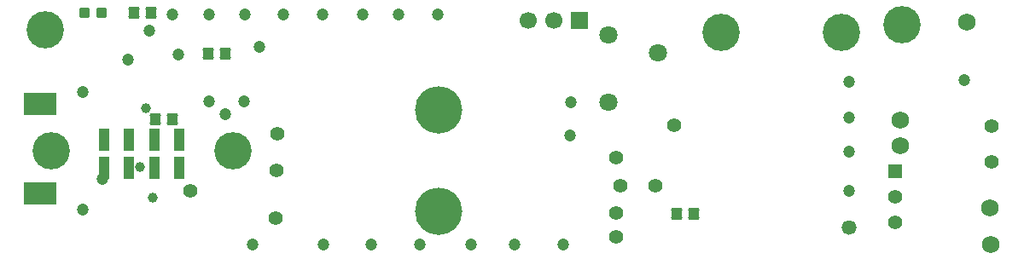
<source format=gts>
G04 Layer_Color=8388736*
%FSLAX42Y42*%
%MOMM*%
G71*
G01*
G75*
G04:AMPARAMS|DCode=39|XSize=1.2mm|YSize=1.1mm|CornerRadius=0.21mm|HoleSize=0mm|Usage=FLASHONLY|Rotation=90.000|XOffset=0mm|YOffset=0mm|HoleType=Round|Shape=RoundedRectangle|*
%AMROUNDEDRECTD39*
21,1,1.20,0.68,0,0,90.0*
21,1,0.78,1.10,0,0,90.0*
1,1,0.43,0.34,0.39*
1,1,0.43,0.34,-0.39*
1,1,0.43,-0.34,-0.39*
1,1,0.43,-0.34,0.39*
%
%ADD39ROUNDEDRECTD39*%
%ADD40R,3.20X2.20*%
%ADD41R,1.00X2.20*%
G04:AMPARAMS|DCode=42|XSize=1mm|YSize=1mm|CornerRadius=0.2mm|HoleSize=0mm|Usage=FLASHONLY|Rotation=180.000|XOffset=0mm|YOffset=0mm|HoleType=Round|Shape=RoundedRectangle|*
%AMROUNDEDRECTD42*
21,1,1.00,0.60,0,0,180.0*
21,1,0.60,1.00,0,0,180.0*
1,1,0.40,-0.30,0.30*
1,1,0.40,0.30,0.30*
1,1,0.40,0.30,-0.30*
1,1,0.40,-0.30,-0.30*
%
%ADD42ROUNDEDRECTD42*%
%ADD43C,1.40*%
%ADD44C,4.70*%
%ADD45C,3.70*%
%ADD46C,1.80*%
%ADD47C,1.70*%
%ADD48R,1.70X1.70*%
%ADD49R,1.40X1.40*%
%ADD50C,1.73*%
%ADD51C,1.20*%
%ADD52C,1.47*%
%ADD53C,1.00*%
D39*
X2085Y2060D02*
D03*
X1915D02*
D03*
X6560Y470D02*
D03*
X6730D02*
D03*
X1555Y1410D02*
D03*
X1385D02*
D03*
X1345Y2470D02*
D03*
X1175D02*
D03*
D40*
X250Y1560D02*
D03*
Y670D02*
D03*
D41*
X880Y930D02*
D03*
X1130D02*
D03*
X1380D02*
D03*
X1630D02*
D03*
Y1210D02*
D03*
X1380D02*
D03*
X1130D02*
D03*
X880D02*
D03*
D42*
X685Y2470D02*
D03*
X855D02*
D03*
D43*
X5960Y1030D02*
D03*
X2580Y430D02*
D03*
X5960Y480D02*
D03*
X2590Y900D02*
D03*
X5960Y240D02*
D03*
X2600Y1268D02*
D03*
X6350Y750D02*
D03*
X6000D02*
D03*
X8730Y390D02*
D03*
Y644D02*
D03*
X9690Y990D02*
D03*
Y1340D02*
D03*
X6540Y1350D02*
D03*
X1740Y700D02*
D03*
D44*
X4200Y1500D02*
D03*
Y500D02*
D03*
D45*
X300Y2300D02*
D03*
X8200Y2270D02*
D03*
X7000D02*
D03*
X8800Y2350D02*
D03*
X2158Y1095D02*
D03*
X358D02*
D03*
D46*
X5885Y1580D02*
D03*
Y2250D02*
D03*
X6375Y2070D02*
D03*
D47*
X5092Y2390D02*
D03*
X5346D02*
D03*
D48*
X5600D02*
D03*
D49*
X8730Y898D02*
D03*
D50*
X9667Y527D02*
D03*
X9440Y2380D02*
D03*
X8780Y1400D02*
D03*
Y1150D02*
D03*
X9680Y170D02*
D03*
D51*
X2350D02*
D03*
X2420Y2130D02*
D03*
X2085Y1465D02*
D03*
X1120Y2000D02*
D03*
X1615Y2055D02*
D03*
X1560Y2450D02*
D03*
X1920D02*
D03*
X2280D02*
D03*
X2660D02*
D03*
X3050D02*
D03*
X4190D02*
D03*
X3800D02*
D03*
X3443Y2453D02*
D03*
X3060Y170D02*
D03*
X3530D02*
D03*
X4010D02*
D03*
X4520D02*
D03*
X4950D02*
D03*
X5440D02*
D03*
X8274Y697D02*
D03*
Y1087D02*
D03*
Y1427D02*
D03*
Y1787D02*
D03*
X1330Y2290D02*
D03*
X860Y820D02*
D03*
X5510Y1580D02*
D03*
X5500Y1250D02*
D03*
X1920Y1590D02*
D03*
X2270D02*
D03*
X667Y513D02*
D03*
Y1683D02*
D03*
X9413Y1800D02*
D03*
D52*
X8274Y337D02*
D03*
D53*
X1300Y1520D02*
D03*
X1240Y940D02*
D03*
X1360Y635D02*
D03*
M02*

</source>
